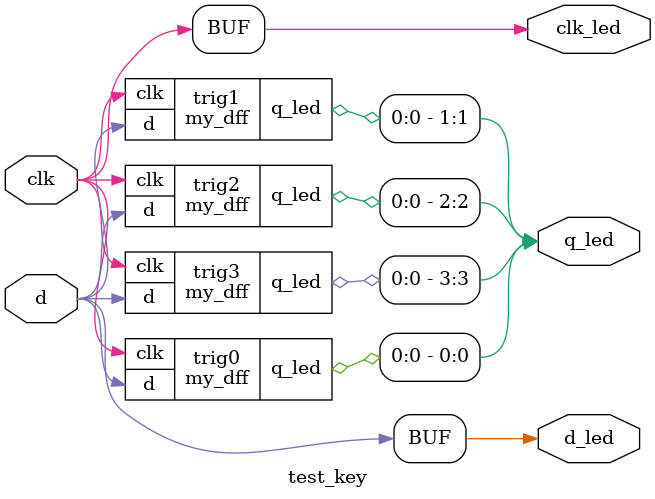
<source format=v>
module my_dff 
 (
    input  clk,
    input d,	 
    output clk_led,   
	 output  q_led
);
    reg q;
           // Assignment on clock
    always @(posedge clk)
        q <= d;
           // LEDs
    assign  clk_led = clk;
    assign  q_led = q;
endmodule

module test_key(
  input  clk,
  input d,	 
  output clk_led,
  output d_led, 	 
	 output [3:0]q_led
  
);

my_dff trig0 (
.d(d),
.clk(clk),
.q_led(q_led[0])
);
my_dff trig1 (
.d(d),
.clk(clk),
.q_led(q_led[1])
);
my_dff trig2 (
.d(d),
.clk(clk),
.q_led(q_led[2])
);
my_dff trig3 (
.d(d),
.clk(clk),
.q_led(q_led[3])
);

assign  d_led = d;
assign  clk_led = clk;
endmodule

</source>
